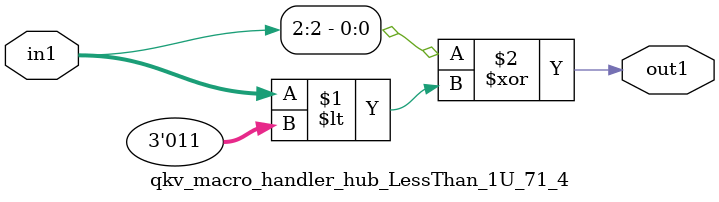
<source format=v>

`timescale 1ps / 1ps


module qkv_macro_handler_hub_LessThan_1U_71_4( in1, out1 );

    input [2:0] in1;
    output out1;

    
    // rtl_process:qkv_macro_handler_hub_LessThan_1U_52_4/qkv_macro_handler_hub_LessThan_1U_52_4_thread_1
    assign out1 = (in1[2] ^ in1 < 3'd3);

endmodule





</source>
